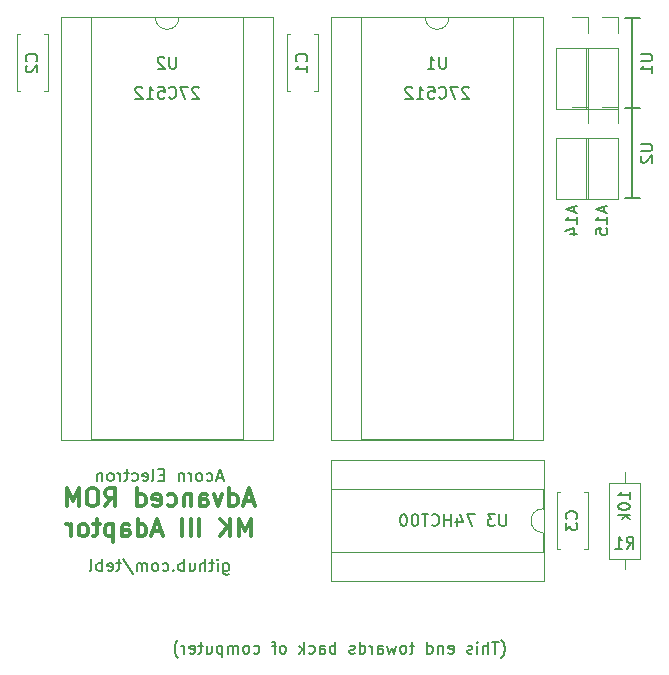
<source format=gbo>
G04 #@! TF.FileFunction,Legend,Bot*
%FSLAX46Y46*%
G04 Gerber Fmt 4.6, Leading zero omitted, Abs format (unit mm)*
G04 Created by KiCad (PCBNEW 4.0.7) date 09/22/19 17:52:56*
%MOMM*%
%LPD*%
G01*
G04 APERTURE LIST*
%ADD10C,0.100000*%
%ADD11C,0.150000*%
%ADD12C,0.300000*%
%ADD13C,0.200000*%
%ADD14C,0.120000*%
G04 APERTURE END LIST*
D10*
D11*
X139953335Y-76366667D02*
X139477144Y-76366667D01*
X140048573Y-76652381D02*
X139715240Y-75652381D01*
X139381906Y-76652381D01*
X138620001Y-76604762D02*
X138715239Y-76652381D01*
X138905716Y-76652381D01*
X139000954Y-76604762D01*
X139048573Y-76557143D01*
X139096192Y-76461905D01*
X139096192Y-76176190D01*
X139048573Y-76080952D01*
X139000954Y-76033333D01*
X138905716Y-75985714D01*
X138715239Y-75985714D01*
X138620001Y-76033333D01*
X138048573Y-76652381D02*
X138143811Y-76604762D01*
X138191430Y-76557143D01*
X138239049Y-76461905D01*
X138239049Y-76176190D01*
X138191430Y-76080952D01*
X138143811Y-76033333D01*
X138048573Y-75985714D01*
X137905715Y-75985714D01*
X137810477Y-76033333D01*
X137762858Y-76080952D01*
X137715239Y-76176190D01*
X137715239Y-76461905D01*
X137762858Y-76557143D01*
X137810477Y-76604762D01*
X137905715Y-76652381D01*
X138048573Y-76652381D01*
X137286668Y-76652381D02*
X137286668Y-75985714D01*
X137286668Y-76176190D02*
X137239049Y-76080952D01*
X137191430Y-76033333D01*
X137096192Y-75985714D01*
X137000953Y-75985714D01*
X136667620Y-75985714D02*
X136667620Y-76652381D01*
X136667620Y-76080952D02*
X136620001Y-76033333D01*
X136524763Y-75985714D01*
X136381905Y-75985714D01*
X136286667Y-76033333D01*
X136239048Y-76128571D01*
X136239048Y-76652381D01*
X135000953Y-76128571D02*
X134667619Y-76128571D01*
X134524762Y-76652381D02*
X135000953Y-76652381D01*
X135000953Y-75652381D01*
X134524762Y-75652381D01*
X133953334Y-76652381D02*
X134048572Y-76604762D01*
X134096191Y-76509524D01*
X134096191Y-75652381D01*
X133191428Y-76604762D02*
X133286666Y-76652381D01*
X133477143Y-76652381D01*
X133572381Y-76604762D01*
X133620000Y-76509524D01*
X133620000Y-76128571D01*
X133572381Y-76033333D01*
X133477143Y-75985714D01*
X133286666Y-75985714D01*
X133191428Y-76033333D01*
X133143809Y-76128571D01*
X133143809Y-76223810D01*
X133620000Y-76319048D01*
X132286666Y-76604762D02*
X132381904Y-76652381D01*
X132572381Y-76652381D01*
X132667619Y-76604762D01*
X132715238Y-76557143D01*
X132762857Y-76461905D01*
X132762857Y-76176190D01*
X132715238Y-76080952D01*
X132667619Y-76033333D01*
X132572381Y-75985714D01*
X132381904Y-75985714D01*
X132286666Y-76033333D01*
X132000952Y-75985714D02*
X131620000Y-75985714D01*
X131858095Y-75652381D02*
X131858095Y-76509524D01*
X131810476Y-76604762D01*
X131715238Y-76652381D01*
X131620000Y-76652381D01*
X131286666Y-76652381D02*
X131286666Y-75985714D01*
X131286666Y-76176190D02*
X131239047Y-76080952D01*
X131191428Y-76033333D01*
X131096190Y-75985714D01*
X131000951Y-75985714D01*
X130524761Y-76652381D02*
X130619999Y-76604762D01*
X130667618Y-76557143D01*
X130715237Y-76461905D01*
X130715237Y-76176190D01*
X130667618Y-76080952D01*
X130619999Y-76033333D01*
X130524761Y-75985714D01*
X130381903Y-75985714D01*
X130286665Y-76033333D01*
X130239046Y-76080952D01*
X130191427Y-76176190D01*
X130191427Y-76461905D01*
X130239046Y-76557143D01*
X130286665Y-76604762D01*
X130381903Y-76652381D01*
X130524761Y-76652381D01*
X129762856Y-75985714D02*
X129762856Y-76652381D01*
X129762856Y-76080952D02*
X129715237Y-76033333D01*
X129619999Y-75985714D01*
X129477141Y-75985714D01*
X129381903Y-76033333D01*
X129334284Y-76128571D01*
X129334284Y-76652381D01*
X163550478Y-91638333D02*
X163598098Y-91590714D01*
X163693336Y-91447857D01*
X163740955Y-91352619D01*
X163788574Y-91209762D01*
X163836193Y-90971667D01*
X163836193Y-90781190D01*
X163788574Y-90543095D01*
X163740955Y-90400238D01*
X163693336Y-90305000D01*
X163598098Y-90162143D01*
X163550478Y-90114524D01*
X163312383Y-90257381D02*
X162740954Y-90257381D01*
X163026669Y-91257381D02*
X163026669Y-90257381D01*
X162407621Y-91257381D02*
X162407621Y-90257381D01*
X161979049Y-91257381D02*
X161979049Y-90733571D01*
X162026668Y-90638333D01*
X162121906Y-90590714D01*
X162264764Y-90590714D01*
X162360002Y-90638333D01*
X162407621Y-90685952D01*
X161502859Y-91257381D02*
X161502859Y-90590714D01*
X161502859Y-90257381D02*
X161550478Y-90305000D01*
X161502859Y-90352619D01*
X161455240Y-90305000D01*
X161502859Y-90257381D01*
X161502859Y-90352619D01*
X161074288Y-91209762D02*
X160979050Y-91257381D01*
X160788574Y-91257381D01*
X160693335Y-91209762D01*
X160645716Y-91114524D01*
X160645716Y-91066905D01*
X160693335Y-90971667D01*
X160788574Y-90924048D01*
X160931431Y-90924048D01*
X161026669Y-90876429D01*
X161074288Y-90781190D01*
X161074288Y-90733571D01*
X161026669Y-90638333D01*
X160931431Y-90590714D01*
X160788574Y-90590714D01*
X160693335Y-90638333D01*
X159074287Y-91209762D02*
X159169525Y-91257381D01*
X159360002Y-91257381D01*
X159455240Y-91209762D01*
X159502859Y-91114524D01*
X159502859Y-90733571D01*
X159455240Y-90638333D01*
X159360002Y-90590714D01*
X159169525Y-90590714D01*
X159074287Y-90638333D01*
X159026668Y-90733571D01*
X159026668Y-90828810D01*
X159502859Y-90924048D01*
X158598097Y-90590714D02*
X158598097Y-91257381D01*
X158598097Y-90685952D02*
X158550478Y-90638333D01*
X158455240Y-90590714D01*
X158312382Y-90590714D01*
X158217144Y-90638333D01*
X158169525Y-90733571D01*
X158169525Y-91257381D01*
X157264763Y-91257381D02*
X157264763Y-90257381D01*
X157264763Y-91209762D02*
X157360001Y-91257381D01*
X157550478Y-91257381D01*
X157645716Y-91209762D01*
X157693335Y-91162143D01*
X157740954Y-91066905D01*
X157740954Y-90781190D01*
X157693335Y-90685952D01*
X157645716Y-90638333D01*
X157550478Y-90590714D01*
X157360001Y-90590714D01*
X157264763Y-90638333D01*
X156169525Y-90590714D02*
X155788573Y-90590714D01*
X156026668Y-90257381D02*
X156026668Y-91114524D01*
X155979049Y-91209762D01*
X155883811Y-91257381D01*
X155788573Y-91257381D01*
X155312382Y-91257381D02*
X155407620Y-91209762D01*
X155455239Y-91162143D01*
X155502858Y-91066905D01*
X155502858Y-90781190D01*
X155455239Y-90685952D01*
X155407620Y-90638333D01*
X155312382Y-90590714D01*
X155169524Y-90590714D01*
X155074286Y-90638333D01*
X155026667Y-90685952D01*
X154979048Y-90781190D01*
X154979048Y-91066905D01*
X155026667Y-91162143D01*
X155074286Y-91209762D01*
X155169524Y-91257381D01*
X155312382Y-91257381D01*
X154645715Y-90590714D02*
X154455239Y-91257381D01*
X154264762Y-90781190D01*
X154074286Y-91257381D01*
X153883810Y-90590714D01*
X153074286Y-91257381D02*
X153074286Y-90733571D01*
X153121905Y-90638333D01*
X153217143Y-90590714D01*
X153407620Y-90590714D01*
X153502858Y-90638333D01*
X153074286Y-91209762D02*
X153169524Y-91257381D01*
X153407620Y-91257381D01*
X153502858Y-91209762D01*
X153550477Y-91114524D01*
X153550477Y-91019286D01*
X153502858Y-90924048D01*
X153407620Y-90876429D01*
X153169524Y-90876429D01*
X153074286Y-90828810D01*
X152598096Y-91257381D02*
X152598096Y-90590714D01*
X152598096Y-90781190D02*
X152550477Y-90685952D01*
X152502858Y-90638333D01*
X152407620Y-90590714D01*
X152312381Y-90590714D01*
X151550476Y-91257381D02*
X151550476Y-90257381D01*
X151550476Y-91209762D02*
X151645714Y-91257381D01*
X151836191Y-91257381D01*
X151931429Y-91209762D01*
X151979048Y-91162143D01*
X152026667Y-91066905D01*
X152026667Y-90781190D01*
X151979048Y-90685952D01*
X151931429Y-90638333D01*
X151836191Y-90590714D01*
X151645714Y-90590714D01*
X151550476Y-90638333D01*
X151121905Y-91209762D02*
X151026667Y-91257381D01*
X150836191Y-91257381D01*
X150740952Y-91209762D01*
X150693333Y-91114524D01*
X150693333Y-91066905D01*
X150740952Y-90971667D01*
X150836191Y-90924048D01*
X150979048Y-90924048D01*
X151074286Y-90876429D01*
X151121905Y-90781190D01*
X151121905Y-90733571D01*
X151074286Y-90638333D01*
X150979048Y-90590714D01*
X150836191Y-90590714D01*
X150740952Y-90638333D01*
X149502857Y-91257381D02*
X149502857Y-90257381D01*
X149502857Y-90638333D02*
X149407619Y-90590714D01*
X149217142Y-90590714D01*
X149121904Y-90638333D01*
X149074285Y-90685952D01*
X149026666Y-90781190D01*
X149026666Y-91066905D01*
X149074285Y-91162143D01*
X149121904Y-91209762D01*
X149217142Y-91257381D01*
X149407619Y-91257381D01*
X149502857Y-91209762D01*
X148169523Y-91257381D02*
X148169523Y-90733571D01*
X148217142Y-90638333D01*
X148312380Y-90590714D01*
X148502857Y-90590714D01*
X148598095Y-90638333D01*
X148169523Y-91209762D02*
X148264761Y-91257381D01*
X148502857Y-91257381D01*
X148598095Y-91209762D01*
X148645714Y-91114524D01*
X148645714Y-91019286D01*
X148598095Y-90924048D01*
X148502857Y-90876429D01*
X148264761Y-90876429D01*
X148169523Y-90828810D01*
X147264761Y-91209762D02*
X147359999Y-91257381D01*
X147550476Y-91257381D01*
X147645714Y-91209762D01*
X147693333Y-91162143D01*
X147740952Y-91066905D01*
X147740952Y-90781190D01*
X147693333Y-90685952D01*
X147645714Y-90638333D01*
X147550476Y-90590714D01*
X147359999Y-90590714D01*
X147264761Y-90638333D01*
X146836190Y-91257381D02*
X146836190Y-90257381D01*
X146740952Y-90876429D02*
X146455237Y-91257381D01*
X146455237Y-90590714D02*
X146836190Y-90971667D01*
X145121904Y-91257381D02*
X145217142Y-91209762D01*
X145264761Y-91162143D01*
X145312380Y-91066905D01*
X145312380Y-90781190D01*
X145264761Y-90685952D01*
X145217142Y-90638333D01*
X145121904Y-90590714D01*
X144979046Y-90590714D01*
X144883808Y-90638333D01*
X144836189Y-90685952D01*
X144788570Y-90781190D01*
X144788570Y-91066905D01*
X144836189Y-91162143D01*
X144883808Y-91209762D01*
X144979046Y-91257381D01*
X145121904Y-91257381D01*
X144502856Y-90590714D02*
X144121904Y-90590714D01*
X144359999Y-91257381D02*
X144359999Y-90400238D01*
X144312380Y-90305000D01*
X144217142Y-90257381D01*
X144121904Y-90257381D01*
X142598093Y-91209762D02*
X142693331Y-91257381D01*
X142883808Y-91257381D01*
X142979046Y-91209762D01*
X143026665Y-91162143D01*
X143074284Y-91066905D01*
X143074284Y-90781190D01*
X143026665Y-90685952D01*
X142979046Y-90638333D01*
X142883808Y-90590714D01*
X142693331Y-90590714D01*
X142598093Y-90638333D01*
X142026665Y-91257381D02*
X142121903Y-91209762D01*
X142169522Y-91162143D01*
X142217141Y-91066905D01*
X142217141Y-90781190D01*
X142169522Y-90685952D01*
X142121903Y-90638333D01*
X142026665Y-90590714D01*
X141883807Y-90590714D01*
X141788569Y-90638333D01*
X141740950Y-90685952D01*
X141693331Y-90781190D01*
X141693331Y-91066905D01*
X141740950Y-91162143D01*
X141788569Y-91209762D01*
X141883807Y-91257381D01*
X142026665Y-91257381D01*
X141264760Y-91257381D02*
X141264760Y-90590714D01*
X141264760Y-90685952D02*
X141217141Y-90638333D01*
X141121903Y-90590714D01*
X140979045Y-90590714D01*
X140883807Y-90638333D01*
X140836188Y-90733571D01*
X140836188Y-91257381D01*
X140836188Y-90733571D02*
X140788569Y-90638333D01*
X140693331Y-90590714D01*
X140550474Y-90590714D01*
X140455236Y-90638333D01*
X140407617Y-90733571D01*
X140407617Y-91257381D01*
X139931427Y-90590714D02*
X139931427Y-91590714D01*
X139931427Y-90638333D02*
X139836189Y-90590714D01*
X139645712Y-90590714D01*
X139550474Y-90638333D01*
X139502855Y-90685952D01*
X139455236Y-90781190D01*
X139455236Y-91066905D01*
X139502855Y-91162143D01*
X139550474Y-91209762D01*
X139645712Y-91257381D01*
X139836189Y-91257381D01*
X139931427Y-91209762D01*
X138598093Y-90590714D02*
X138598093Y-91257381D01*
X139026665Y-90590714D02*
X139026665Y-91114524D01*
X138979046Y-91209762D01*
X138883808Y-91257381D01*
X138740950Y-91257381D01*
X138645712Y-91209762D01*
X138598093Y-91162143D01*
X138264760Y-90590714D02*
X137883808Y-90590714D01*
X138121903Y-90257381D02*
X138121903Y-91114524D01*
X138074284Y-91209762D01*
X137979046Y-91257381D01*
X137883808Y-91257381D01*
X137169521Y-91209762D02*
X137264759Y-91257381D01*
X137455236Y-91257381D01*
X137550474Y-91209762D01*
X137598093Y-91114524D01*
X137598093Y-90733571D01*
X137550474Y-90638333D01*
X137455236Y-90590714D01*
X137264759Y-90590714D01*
X137169521Y-90638333D01*
X137121902Y-90733571D01*
X137121902Y-90828810D01*
X137598093Y-90924048D01*
X136693331Y-91257381D02*
X136693331Y-90590714D01*
X136693331Y-90781190D02*
X136645712Y-90685952D01*
X136598093Y-90638333D01*
X136502855Y-90590714D01*
X136407616Y-90590714D01*
X136169521Y-91638333D02*
X136121902Y-91590714D01*
X136026664Y-91447857D01*
X135979045Y-91352619D01*
X135931426Y-91209762D01*
X135883807Y-90971667D01*
X135883807Y-90781190D01*
X135931426Y-90543095D01*
X135979045Y-90400238D01*
X136026664Y-90305000D01*
X136121902Y-90162143D01*
X136169521Y-90114524D01*
X140024762Y-83605714D02*
X140024762Y-84415238D01*
X140072381Y-84510476D01*
X140120000Y-84558095D01*
X140215239Y-84605714D01*
X140358096Y-84605714D01*
X140453334Y-84558095D01*
X140024762Y-84224762D02*
X140120000Y-84272381D01*
X140310477Y-84272381D01*
X140405715Y-84224762D01*
X140453334Y-84177143D01*
X140500953Y-84081905D01*
X140500953Y-83796190D01*
X140453334Y-83700952D01*
X140405715Y-83653333D01*
X140310477Y-83605714D01*
X140120000Y-83605714D01*
X140024762Y-83653333D01*
X139548572Y-84272381D02*
X139548572Y-83605714D01*
X139548572Y-83272381D02*
X139596191Y-83320000D01*
X139548572Y-83367619D01*
X139500953Y-83320000D01*
X139548572Y-83272381D01*
X139548572Y-83367619D01*
X139215239Y-83605714D02*
X138834287Y-83605714D01*
X139072382Y-83272381D02*
X139072382Y-84129524D01*
X139024763Y-84224762D01*
X138929525Y-84272381D01*
X138834287Y-84272381D01*
X138500953Y-84272381D02*
X138500953Y-83272381D01*
X138072381Y-84272381D02*
X138072381Y-83748571D01*
X138120000Y-83653333D01*
X138215238Y-83605714D01*
X138358096Y-83605714D01*
X138453334Y-83653333D01*
X138500953Y-83700952D01*
X137167619Y-83605714D02*
X137167619Y-84272381D01*
X137596191Y-83605714D02*
X137596191Y-84129524D01*
X137548572Y-84224762D01*
X137453334Y-84272381D01*
X137310476Y-84272381D01*
X137215238Y-84224762D01*
X137167619Y-84177143D01*
X136691429Y-84272381D02*
X136691429Y-83272381D01*
X136691429Y-83653333D02*
X136596191Y-83605714D01*
X136405714Y-83605714D01*
X136310476Y-83653333D01*
X136262857Y-83700952D01*
X136215238Y-83796190D01*
X136215238Y-84081905D01*
X136262857Y-84177143D01*
X136310476Y-84224762D01*
X136405714Y-84272381D01*
X136596191Y-84272381D01*
X136691429Y-84224762D01*
X135786667Y-84177143D02*
X135739048Y-84224762D01*
X135786667Y-84272381D01*
X135834286Y-84224762D01*
X135786667Y-84177143D01*
X135786667Y-84272381D01*
X134881905Y-84224762D02*
X134977143Y-84272381D01*
X135167620Y-84272381D01*
X135262858Y-84224762D01*
X135310477Y-84177143D01*
X135358096Y-84081905D01*
X135358096Y-83796190D01*
X135310477Y-83700952D01*
X135262858Y-83653333D01*
X135167620Y-83605714D01*
X134977143Y-83605714D01*
X134881905Y-83653333D01*
X134310477Y-84272381D02*
X134405715Y-84224762D01*
X134453334Y-84177143D01*
X134500953Y-84081905D01*
X134500953Y-83796190D01*
X134453334Y-83700952D01*
X134405715Y-83653333D01*
X134310477Y-83605714D01*
X134167619Y-83605714D01*
X134072381Y-83653333D01*
X134024762Y-83700952D01*
X133977143Y-83796190D01*
X133977143Y-84081905D01*
X134024762Y-84177143D01*
X134072381Y-84224762D01*
X134167619Y-84272381D01*
X134310477Y-84272381D01*
X133548572Y-84272381D02*
X133548572Y-83605714D01*
X133548572Y-83700952D02*
X133500953Y-83653333D01*
X133405715Y-83605714D01*
X133262857Y-83605714D01*
X133167619Y-83653333D01*
X133120000Y-83748571D01*
X133120000Y-84272381D01*
X133120000Y-83748571D02*
X133072381Y-83653333D01*
X132977143Y-83605714D01*
X132834286Y-83605714D01*
X132739048Y-83653333D01*
X132691429Y-83748571D01*
X132691429Y-84272381D01*
X131500953Y-83224762D02*
X132358096Y-84510476D01*
X131310477Y-83605714D02*
X130929525Y-83605714D01*
X131167620Y-83272381D02*
X131167620Y-84129524D01*
X131120001Y-84224762D01*
X131024763Y-84272381D01*
X130929525Y-84272381D01*
X130215238Y-84224762D02*
X130310476Y-84272381D01*
X130500953Y-84272381D01*
X130596191Y-84224762D01*
X130643810Y-84129524D01*
X130643810Y-83748571D01*
X130596191Y-83653333D01*
X130500953Y-83605714D01*
X130310476Y-83605714D01*
X130215238Y-83653333D01*
X130167619Y-83748571D01*
X130167619Y-83843810D01*
X130643810Y-83939048D01*
X129739048Y-84272381D02*
X129739048Y-83272381D01*
X129739048Y-83653333D02*
X129643810Y-83605714D01*
X129453333Y-83605714D01*
X129358095Y-83653333D01*
X129310476Y-83700952D01*
X129262857Y-83796190D01*
X129262857Y-84081905D01*
X129310476Y-84177143D01*
X129358095Y-84224762D01*
X129453333Y-84272381D01*
X129643810Y-84272381D01*
X129739048Y-84224762D01*
X128691429Y-84272381D02*
X128786667Y-84224762D01*
X128834286Y-84129524D01*
X128834286Y-83272381D01*
D12*
X142512857Y-78350000D02*
X141798571Y-78350000D01*
X142655714Y-78778571D02*
X142155714Y-77278571D01*
X141655714Y-78778571D01*
X140512857Y-78778571D02*
X140512857Y-77278571D01*
X140512857Y-78707143D02*
X140655714Y-78778571D01*
X140941428Y-78778571D01*
X141084286Y-78707143D01*
X141155714Y-78635714D01*
X141227143Y-78492857D01*
X141227143Y-78064286D01*
X141155714Y-77921429D01*
X141084286Y-77850000D01*
X140941428Y-77778571D01*
X140655714Y-77778571D01*
X140512857Y-77850000D01*
X139941428Y-77778571D02*
X139584285Y-78778571D01*
X139227143Y-77778571D01*
X138012857Y-78778571D02*
X138012857Y-77992857D01*
X138084286Y-77850000D01*
X138227143Y-77778571D01*
X138512857Y-77778571D01*
X138655714Y-77850000D01*
X138012857Y-78707143D02*
X138155714Y-78778571D01*
X138512857Y-78778571D01*
X138655714Y-78707143D01*
X138727143Y-78564286D01*
X138727143Y-78421429D01*
X138655714Y-78278571D01*
X138512857Y-78207143D01*
X138155714Y-78207143D01*
X138012857Y-78135714D01*
X137298571Y-77778571D02*
X137298571Y-78778571D01*
X137298571Y-77921429D02*
X137227143Y-77850000D01*
X137084285Y-77778571D01*
X136870000Y-77778571D01*
X136727143Y-77850000D01*
X136655714Y-77992857D01*
X136655714Y-78778571D01*
X135298571Y-78707143D02*
X135441428Y-78778571D01*
X135727142Y-78778571D01*
X135870000Y-78707143D01*
X135941428Y-78635714D01*
X136012857Y-78492857D01*
X136012857Y-78064286D01*
X135941428Y-77921429D01*
X135870000Y-77850000D01*
X135727142Y-77778571D01*
X135441428Y-77778571D01*
X135298571Y-77850000D01*
X134084286Y-78707143D02*
X134227143Y-78778571D01*
X134512857Y-78778571D01*
X134655714Y-78707143D01*
X134727143Y-78564286D01*
X134727143Y-77992857D01*
X134655714Y-77850000D01*
X134512857Y-77778571D01*
X134227143Y-77778571D01*
X134084286Y-77850000D01*
X134012857Y-77992857D01*
X134012857Y-78135714D01*
X134727143Y-78278571D01*
X132727143Y-78778571D02*
X132727143Y-77278571D01*
X132727143Y-78707143D02*
X132870000Y-78778571D01*
X133155714Y-78778571D01*
X133298572Y-78707143D01*
X133370000Y-78635714D01*
X133441429Y-78492857D01*
X133441429Y-78064286D01*
X133370000Y-77921429D01*
X133298572Y-77850000D01*
X133155714Y-77778571D01*
X132870000Y-77778571D01*
X132727143Y-77850000D01*
X130012857Y-78778571D02*
X130512857Y-78064286D01*
X130870000Y-78778571D02*
X130870000Y-77278571D01*
X130298572Y-77278571D01*
X130155714Y-77350000D01*
X130084286Y-77421429D01*
X130012857Y-77564286D01*
X130012857Y-77778571D01*
X130084286Y-77921429D01*
X130155714Y-77992857D01*
X130298572Y-78064286D01*
X130870000Y-78064286D01*
X129084286Y-77278571D02*
X128798572Y-77278571D01*
X128655714Y-77350000D01*
X128512857Y-77492857D01*
X128441429Y-77778571D01*
X128441429Y-78278571D01*
X128512857Y-78564286D01*
X128655714Y-78707143D01*
X128798572Y-78778571D01*
X129084286Y-78778571D01*
X129227143Y-78707143D01*
X129370000Y-78564286D01*
X129441429Y-78278571D01*
X129441429Y-77778571D01*
X129370000Y-77492857D01*
X129227143Y-77350000D01*
X129084286Y-77278571D01*
X127798571Y-78778571D02*
X127798571Y-77278571D01*
X127298571Y-78350000D01*
X126798571Y-77278571D01*
X126798571Y-78778571D01*
X142334286Y-81328571D02*
X142334286Y-79828571D01*
X141834286Y-80900000D01*
X141334286Y-79828571D01*
X141334286Y-81328571D01*
X140620000Y-81328571D02*
X140620000Y-79828571D01*
X139762857Y-81328571D02*
X140405714Y-80471429D01*
X139762857Y-79828571D02*
X140620000Y-80685714D01*
X137977143Y-81328571D02*
X137977143Y-79828571D01*
X137262857Y-81328571D02*
X137262857Y-79828571D01*
X136548571Y-81328571D02*
X136548571Y-79828571D01*
X134762857Y-80900000D02*
X134048571Y-80900000D01*
X134905714Y-81328571D02*
X134405714Y-79828571D01*
X133905714Y-81328571D01*
X132762857Y-81328571D02*
X132762857Y-79828571D01*
X132762857Y-81257143D02*
X132905714Y-81328571D01*
X133191428Y-81328571D01*
X133334286Y-81257143D01*
X133405714Y-81185714D01*
X133477143Y-81042857D01*
X133477143Y-80614286D01*
X133405714Y-80471429D01*
X133334286Y-80400000D01*
X133191428Y-80328571D01*
X132905714Y-80328571D01*
X132762857Y-80400000D01*
X131405714Y-81328571D02*
X131405714Y-80542857D01*
X131477143Y-80400000D01*
X131620000Y-80328571D01*
X131905714Y-80328571D01*
X132048571Y-80400000D01*
X131405714Y-81257143D02*
X131548571Y-81328571D01*
X131905714Y-81328571D01*
X132048571Y-81257143D01*
X132120000Y-81114286D01*
X132120000Y-80971429D01*
X132048571Y-80828571D01*
X131905714Y-80757143D01*
X131548571Y-80757143D01*
X131405714Y-80685714D01*
X130691428Y-80328571D02*
X130691428Y-81828571D01*
X130691428Y-80400000D02*
X130548571Y-80328571D01*
X130262857Y-80328571D01*
X130120000Y-80400000D01*
X130048571Y-80471429D01*
X129977142Y-80614286D01*
X129977142Y-81042857D01*
X130048571Y-81185714D01*
X130120000Y-81257143D01*
X130262857Y-81328571D01*
X130548571Y-81328571D01*
X130691428Y-81257143D01*
X129548571Y-80328571D02*
X128977142Y-80328571D01*
X129334285Y-79828571D02*
X129334285Y-81114286D01*
X129262857Y-81257143D01*
X129119999Y-81328571D01*
X128977142Y-81328571D01*
X128262856Y-81328571D02*
X128405714Y-81257143D01*
X128477142Y-81185714D01*
X128548571Y-81042857D01*
X128548571Y-80614286D01*
X128477142Y-80471429D01*
X128405714Y-80400000D01*
X128262856Y-80328571D01*
X128048571Y-80328571D01*
X127905714Y-80400000D01*
X127834285Y-80471429D01*
X127762856Y-80614286D01*
X127762856Y-81042857D01*
X127834285Y-81185714D01*
X127905714Y-81257143D01*
X128048571Y-81328571D01*
X128262856Y-81328571D01*
X127119999Y-81328571D02*
X127119999Y-80328571D01*
X127119999Y-80614286D02*
X127048571Y-80471429D01*
X126977142Y-80400000D01*
X126834285Y-80328571D01*
X126691428Y-80328571D01*
D11*
X175347381Y-40513095D02*
X176156905Y-40513095D01*
X176252143Y-40560714D01*
X176299762Y-40608333D01*
X176347381Y-40703571D01*
X176347381Y-40894048D01*
X176299762Y-40989286D01*
X176252143Y-41036905D01*
X176156905Y-41084524D01*
X175347381Y-41084524D01*
X176347381Y-42084524D02*
X176347381Y-41513095D01*
X176347381Y-41798809D02*
X175347381Y-41798809D01*
X175490238Y-41703571D01*
X175585476Y-41608333D01*
X175633095Y-41513095D01*
X175347381Y-48133095D02*
X176156905Y-48133095D01*
X176252143Y-48180714D01*
X176299762Y-48228333D01*
X176347381Y-48323571D01*
X176347381Y-48514048D01*
X176299762Y-48609286D01*
X176252143Y-48656905D01*
X176156905Y-48704524D01*
X175347381Y-48704524D01*
X175442619Y-49133095D02*
X175395000Y-49180714D01*
X175347381Y-49275952D01*
X175347381Y-49514048D01*
X175395000Y-49609286D01*
X175442619Y-49656905D01*
X175537857Y-49704524D01*
X175633095Y-49704524D01*
X175775952Y-49656905D01*
X176347381Y-49085476D01*
X176347381Y-49704524D01*
D13*
X174625000Y-37465000D02*
X175260000Y-37465000D01*
X174625000Y-37465000D02*
X173990000Y-37465000D01*
X174625000Y-45085000D02*
X174625000Y-37465000D01*
X174625000Y-52705000D02*
X175260000Y-52705000D01*
X174625000Y-52705000D02*
X173990000Y-52705000D01*
X174625000Y-45085000D02*
X174625000Y-52705000D01*
X173990000Y-45085000D02*
X175260000Y-45085000D01*
D11*
X172251667Y-53419524D02*
X172251667Y-53895715D01*
X172537381Y-53324286D02*
X171537381Y-53657619D01*
X172537381Y-53990953D01*
X172537381Y-54848096D02*
X172537381Y-54276667D01*
X172537381Y-54562381D02*
X171537381Y-54562381D01*
X171680238Y-54467143D01*
X171775476Y-54371905D01*
X171823095Y-54276667D01*
X171537381Y-55752858D02*
X171537381Y-55276667D01*
X172013571Y-55229048D01*
X171965952Y-55276667D01*
X171918333Y-55371905D01*
X171918333Y-55610001D01*
X171965952Y-55705239D01*
X172013571Y-55752858D01*
X172108810Y-55800477D01*
X172346905Y-55800477D01*
X172442143Y-55752858D01*
X172489762Y-55705239D01*
X172537381Y-55610001D01*
X172537381Y-55371905D01*
X172489762Y-55276667D01*
X172442143Y-55229048D01*
X169711667Y-53419524D02*
X169711667Y-53895715D01*
X169997381Y-53324286D02*
X168997381Y-53657619D01*
X169997381Y-53990953D01*
X169997381Y-54848096D02*
X169997381Y-54276667D01*
X169997381Y-54562381D02*
X168997381Y-54562381D01*
X169140238Y-54467143D01*
X169235476Y-54371905D01*
X169283095Y-54276667D01*
X169330714Y-55705239D02*
X169997381Y-55705239D01*
X168949762Y-55467143D02*
X169664048Y-55229048D01*
X169664048Y-55848096D01*
D14*
X145375000Y-38825000D02*
X145375000Y-43645000D01*
X147995000Y-38825000D02*
X147995000Y-43645000D01*
X145375000Y-38825000D02*
X145689000Y-38825000D01*
X147681000Y-38825000D02*
X147995000Y-38825000D01*
X145375000Y-43645000D02*
X145689000Y-43645000D01*
X147681000Y-43645000D02*
X147995000Y-43645000D01*
X122515000Y-38825000D02*
X122515000Y-43645000D01*
X125135000Y-38825000D02*
X125135000Y-43645000D01*
X122515000Y-38825000D02*
X122829000Y-38825000D01*
X124821000Y-38825000D02*
X125135000Y-38825000D01*
X122515000Y-43645000D02*
X122829000Y-43645000D01*
X124821000Y-43645000D02*
X125135000Y-43645000D01*
X168235000Y-77560000D02*
X168235000Y-82380000D01*
X170855000Y-77560000D02*
X170855000Y-82380000D01*
X168235000Y-77560000D02*
X168549000Y-77560000D01*
X170541000Y-77560000D02*
X170855000Y-77560000D01*
X168235000Y-82380000D02*
X168549000Y-82380000D01*
X170541000Y-82380000D02*
X170855000Y-82380000D01*
X173415000Y-45145000D02*
X170755000Y-45145000D01*
X173415000Y-40005000D02*
X173415000Y-45145000D01*
X170755000Y-40005000D02*
X170755000Y-45145000D01*
X173415000Y-40005000D02*
X170755000Y-40005000D01*
X173415000Y-38735000D02*
X173415000Y-37405000D01*
X173415000Y-37405000D02*
X172085000Y-37405000D01*
X170875000Y-45145000D02*
X168215000Y-45145000D01*
X170875000Y-40005000D02*
X170875000Y-45145000D01*
X168215000Y-40005000D02*
X168215000Y-45145000D01*
X170875000Y-40005000D02*
X168215000Y-40005000D01*
X170875000Y-38735000D02*
X170875000Y-37405000D01*
X170875000Y-37405000D02*
X169545000Y-37405000D01*
X173415000Y-52765000D02*
X170755000Y-52765000D01*
X173415000Y-47625000D02*
X173415000Y-52765000D01*
X170755000Y-47625000D02*
X170755000Y-52765000D01*
X173415000Y-47625000D02*
X170755000Y-47625000D01*
X173415000Y-46355000D02*
X173415000Y-45025000D01*
X173415000Y-45025000D02*
X172085000Y-45025000D01*
X170875000Y-52765000D02*
X168215000Y-52765000D01*
X170875000Y-47625000D02*
X170875000Y-52765000D01*
X168215000Y-47625000D02*
X168215000Y-52765000D01*
X170875000Y-47625000D02*
X168215000Y-47625000D01*
X170875000Y-46355000D02*
X170875000Y-45025000D01*
X170875000Y-45025000D02*
X169545000Y-45025000D01*
X175300000Y-83220000D02*
X172680000Y-83220000D01*
X172680000Y-83220000D02*
X172680000Y-76800000D01*
X172680000Y-76800000D02*
X175300000Y-76800000D01*
X175300000Y-76800000D02*
X175300000Y-83220000D01*
X173990000Y-84110000D02*
X173990000Y-83220000D01*
X173990000Y-75910000D02*
X173990000Y-76800000D01*
X157115000Y-37405000D02*
G75*
G03X159115000Y-37405000I1000000J0D01*
G01*
X159115000Y-37405000D02*
X164575000Y-37405000D01*
X164575000Y-37405000D02*
X164575000Y-73085000D01*
X164575000Y-73085000D02*
X151655000Y-73085000D01*
X151655000Y-73085000D02*
X151655000Y-37405000D01*
X151655000Y-37405000D02*
X157115000Y-37405000D01*
X167065000Y-37345000D02*
X167065000Y-73145000D01*
X167065000Y-73145000D02*
X149165000Y-73145000D01*
X149165000Y-73145000D02*
X149165000Y-37345000D01*
X149165000Y-37345000D02*
X167065000Y-37345000D01*
X134255000Y-37405000D02*
G75*
G03X136255000Y-37405000I1000000J0D01*
G01*
X136255000Y-37405000D02*
X141715000Y-37405000D01*
X141715000Y-37405000D02*
X141715000Y-73085000D01*
X141715000Y-73085000D02*
X128795000Y-73085000D01*
X128795000Y-73085000D02*
X128795000Y-37405000D01*
X128795000Y-37405000D02*
X134255000Y-37405000D01*
X144205000Y-37345000D02*
X144205000Y-73145000D01*
X144205000Y-73145000D02*
X126305000Y-73145000D01*
X126305000Y-73145000D02*
X126305000Y-37345000D01*
X126305000Y-37345000D02*
X144205000Y-37345000D01*
X167065000Y-79010000D02*
G75*
G03X167065000Y-81010000I0J-1000000D01*
G01*
X167065000Y-81010000D02*
X167065000Y-82660000D01*
X167065000Y-82660000D02*
X149165000Y-82660000D01*
X149165000Y-82660000D02*
X149165000Y-77360000D01*
X149165000Y-77360000D02*
X167065000Y-77360000D01*
X167065000Y-77360000D02*
X167065000Y-79010000D01*
X167125000Y-85150000D02*
X149105000Y-85150000D01*
X149105000Y-85150000D02*
X149105000Y-74870000D01*
X149105000Y-74870000D02*
X167125000Y-74870000D01*
X167125000Y-74870000D02*
X167125000Y-85150000D01*
D11*
X147042143Y-41108334D02*
X147089762Y-41060715D01*
X147137381Y-40917858D01*
X147137381Y-40822620D01*
X147089762Y-40679762D01*
X146994524Y-40584524D01*
X146899286Y-40536905D01*
X146708810Y-40489286D01*
X146565952Y-40489286D01*
X146375476Y-40536905D01*
X146280238Y-40584524D01*
X146185000Y-40679762D01*
X146137381Y-40822620D01*
X146137381Y-40917858D01*
X146185000Y-41060715D01*
X146232619Y-41108334D01*
X147137381Y-42060715D02*
X147137381Y-41489286D01*
X147137381Y-41775000D02*
X146137381Y-41775000D01*
X146280238Y-41679762D01*
X146375476Y-41584524D01*
X146423095Y-41489286D01*
X124182143Y-41108334D02*
X124229762Y-41060715D01*
X124277381Y-40917858D01*
X124277381Y-40822620D01*
X124229762Y-40679762D01*
X124134524Y-40584524D01*
X124039286Y-40536905D01*
X123848810Y-40489286D01*
X123705952Y-40489286D01*
X123515476Y-40536905D01*
X123420238Y-40584524D01*
X123325000Y-40679762D01*
X123277381Y-40822620D01*
X123277381Y-40917858D01*
X123325000Y-41060715D01*
X123372619Y-41108334D01*
X123372619Y-41489286D02*
X123325000Y-41536905D01*
X123277381Y-41632143D01*
X123277381Y-41870239D01*
X123325000Y-41965477D01*
X123372619Y-42013096D01*
X123467857Y-42060715D01*
X123563095Y-42060715D01*
X123705952Y-42013096D01*
X124277381Y-41441667D01*
X124277381Y-42060715D01*
X169902143Y-79843334D02*
X169949762Y-79795715D01*
X169997381Y-79652858D01*
X169997381Y-79557620D01*
X169949762Y-79414762D01*
X169854524Y-79319524D01*
X169759286Y-79271905D01*
X169568810Y-79224286D01*
X169425952Y-79224286D01*
X169235476Y-79271905D01*
X169140238Y-79319524D01*
X169045000Y-79414762D01*
X168997381Y-79557620D01*
X168997381Y-79652858D01*
X169045000Y-79795715D01*
X169092619Y-79843334D01*
X168997381Y-80176667D02*
X168997381Y-80795715D01*
X169378333Y-80462381D01*
X169378333Y-80605239D01*
X169425952Y-80700477D01*
X169473571Y-80748096D01*
X169568810Y-80795715D01*
X169806905Y-80795715D01*
X169902143Y-80748096D01*
X169949762Y-80700477D01*
X169997381Y-80605239D01*
X169997381Y-80319524D01*
X169949762Y-80224286D01*
X169902143Y-80176667D01*
X174156666Y-82367381D02*
X174490000Y-81891190D01*
X174728095Y-82367381D02*
X174728095Y-81367381D01*
X174347142Y-81367381D01*
X174251904Y-81415000D01*
X174204285Y-81462619D01*
X174156666Y-81557857D01*
X174156666Y-81700714D01*
X174204285Y-81795952D01*
X174251904Y-81843571D01*
X174347142Y-81891190D01*
X174728095Y-81891190D01*
X173204285Y-82367381D02*
X173775714Y-82367381D01*
X173490000Y-82367381D02*
X173490000Y-81367381D01*
X173585238Y-81510238D01*
X173680476Y-81605476D01*
X173775714Y-81653095D01*
X174442381Y-78144762D02*
X174442381Y-77573333D01*
X174442381Y-77859047D02*
X173442381Y-77859047D01*
X173585238Y-77763809D01*
X173680476Y-77668571D01*
X173728095Y-77573333D01*
X173442381Y-78763809D02*
X173442381Y-78859048D01*
X173490000Y-78954286D01*
X173537619Y-79001905D01*
X173632857Y-79049524D01*
X173823333Y-79097143D01*
X174061429Y-79097143D01*
X174251905Y-79049524D01*
X174347143Y-79001905D01*
X174394762Y-78954286D01*
X174442381Y-78859048D01*
X174442381Y-78763809D01*
X174394762Y-78668571D01*
X174347143Y-78620952D01*
X174251905Y-78573333D01*
X174061429Y-78525714D01*
X173823333Y-78525714D01*
X173632857Y-78573333D01*
X173537619Y-78620952D01*
X173490000Y-78668571D01*
X173442381Y-78763809D01*
X174442381Y-79525714D02*
X173442381Y-79525714D01*
X174061429Y-79620952D02*
X174442381Y-79906667D01*
X173775714Y-79906667D02*
X174156667Y-79525714D01*
X158876905Y-40727381D02*
X158876905Y-41536905D01*
X158829286Y-41632143D01*
X158781667Y-41679762D01*
X158686429Y-41727381D01*
X158495952Y-41727381D01*
X158400714Y-41679762D01*
X158353095Y-41632143D01*
X158305476Y-41536905D01*
X158305476Y-40727381D01*
X157305476Y-41727381D02*
X157876905Y-41727381D01*
X157591191Y-41727381D02*
X157591191Y-40727381D01*
X157686429Y-40870238D01*
X157781667Y-40965476D01*
X157876905Y-41013095D01*
X160805476Y-43362619D02*
X160757857Y-43315000D01*
X160662619Y-43267381D01*
X160424523Y-43267381D01*
X160329285Y-43315000D01*
X160281666Y-43362619D01*
X160234047Y-43457857D01*
X160234047Y-43553095D01*
X160281666Y-43695952D01*
X160853095Y-44267381D01*
X160234047Y-44267381D01*
X159900714Y-43267381D02*
X159234047Y-43267381D01*
X159662619Y-44267381D01*
X158281666Y-44172143D02*
X158329285Y-44219762D01*
X158472142Y-44267381D01*
X158567380Y-44267381D01*
X158710238Y-44219762D01*
X158805476Y-44124524D01*
X158853095Y-44029286D01*
X158900714Y-43838810D01*
X158900714Y-43695952D01*
X158853095Y-43505476D01*
X158805476Y-43410238D01*
X158710238Y-43315000D01*
X158567380Y-43267381D01*
X158472142Y-43267381D01*
X158329285Y-43315000D01*
X158281666Y-43362619D01*
X157376904Y-43267381D02*
X157853095Y-43267381D01*
X157900714Y-43743571D01*
X157853095Y-43695952D01*
X157757857Y-43648333D01*
X157519761Y-43648333D01*
X157424523Y-43695952D01*
X157376904Y-43743571D01*
X157329285Y-43838810D01*
X157329285Y-44076905D01*
X157376904Y-44172143D01*
X157424523Y-44219762D01*
X157519761Y-44267381D01*
X157757857Y-44267381D01*
X157853095Y-44219762D01*
X157900714Y-44172143D01*
X156376904Y-44267381D02*
X156948333Y-44267381D01*
X156662619Y-44267381D02*
X156662619Y-43267381D01*
X156757857Y-43410238D01*
X156853095Y-43505476D01*
X156948333Y-43553095D01*
X155995952Y-43362619D02*
X155948333Y-43315000D01*
X155853095Y-43267381D01*
X155614999Y-43267381D01*
X155519761Y-43315000D01*
X155472142Y-43362619D01*
X155424523Y-43457857D01*
X155424523Y-43553095D01*
X155472142Y-43695952D01*
X156043571Y-44267381D01*
X155424523Y-44267381D01*
X136016905Y-40727381D02*
X136016905Y-41536905D01*
X135969286Y-41632143D01*
X135921667Y-41679762D01*
X135826429Y-41727381D01*
X135635952Y-41727381D01*
X135540714Y-41679762D01*
X135493095Y-41632143D01*
X135445476Y-41536905D01*
X135445476Y-40727381D01*
X135016905Y-40822619D02*
X134969286Y-40775000D01*
X134874048Y-40727381D01*
X134635952Y-40727381D01*
X134540714Y-40775000D01*
X134493095Y-40822619D01*
X134445476Y-40917857D01*
X134445476Y-41013095D01*
X134493095Y-41155952D01*
X135064524Y-41727381D01*
X134445476Y-41727381D01*
X137945476Y-43362619D02*
X137897857Y-43315000D01*
X137802619Y-43267381D01*
X137564523Y-43267381D01*
X137469285Y-43315000D01*
X137421666Y-43362619D01*
X137374047Y-43457857D01*
X137374047Y-43553095D01*
X137421666Y-43695952D01*
X137993095Y-44267381D01*
X137374047Y-44267381D01*
X137040714Y-43267381D02*
X136374047Y-43267381D01*
X136802619Y-44267381D01*
X135421666Y-44172143D02*
X135469285Y-44219762D01*
X135612142Y-44267381D01*
X135707380Y-44267381D01*
X135850238Y-44219762D01*
X135945476Y-44124524D01*
X135993095Y-44029286D01*
X136040714Y-43838810D01*
X136040714Y-43695952D01*
X135993095Y-43505476D01*
X135945476Y-43410238D01*
X135850238Y-43315000D01*
X135707380Y-43267381D01*
X135612142Y-43267381D01*
X135469285Y-43315000D01*
X135421666Y-43362619D01*
X134516904Y-43267381D02*
X134993095Y-43267381D01*
X135040714Y-43743571D01*
X134993095Y-43695952D01*
X134897857Y-43648333D01*
X134659761Y-43648333D01*
X134564523Y-43695952D01*
X134516904Y-43743571D01*
X134469285Y-43838810D01*
X134469285Y-44076905D01*
X134516904Y-44172143D01*
X134564523Y-44219762D01*
X134659761Y-44267381D01*
X134897857Y-44267381D01*
X134993095Y-44219762D01*
X135040714Y-44172143D01*
X133516904Y-44267381D02*
X134088333Y-44267381D01*
X133802619Y-44267381D02*
X133802619Y-43267381D01*
X133897857Y-43410238D01*
X133993095Y-43505476D01*
X134088333Y-43553095D01*
X133135952Y-43362619D02*
X133088333Y-43315000D01*
X132993095Y-43267381D01*
X132754999Y-43267381D01*
X132659761Y-43315000D01*
X132612142Y-43362619D01*
X132564523Y-43457857D01*
X132564523Y-43553095D01*
X132612142Y-43695952D01*
X133183571Y-44267381D01*
X132564523Y-44267381D01*
X163956905Y-79462381D02*
X163956905Y-80271905D01*
X163909286Y-80367143D01*
X163861667Y-80414762D01*
X163766429Y-80462381D01*
X163575952Y-80462381D01*
X163480714Y-80414762D01*
X163433095Y-80367143D01*
X163385476Y-80271905D01*
X163385476Y-79462381D01*
X163004524Y-79462381D02*
X162385476Y-79462381D01*
X162718810Y-79843333D01*
X162575952Y-79843333D01*
X162480714Y-79890952D01*
X162433095Y-79938571D01*
X162385476Y-80033810D01*
X162385476Y-80271905D01*
X162433095Y-80367143D01*
X162480714Y-80414762D01*
X162575952Y-80462381D01*
X162861667Y-80462381D01*
X162956905Y-80414762D01*
X163004524Y-80367143D01*
X161281667Y-79462381D02*
X160615000Y-79462381D01*
X161043572Y-80462381D01*
X159805476Y-79795714D02*
X159805476Y-80462381D01*
X160043572Y-79414762D02*
X160281667Y-80129048D01*
X159662619Y-80129048D01*
X159281667Y-80462381D02*
X159281667Y-79462381D01*
X159281667Y-79938571D02*
X158710238Y-79938571D01*
X158710238Y-80462381D02*
X158710238Y-79462381D01*
X157662619Y-80367143D02*
X157710238Y-80414762D01*
X157853095Y-80462381D01*
X157948333Y-80462381D01*
X158091191Y-80414762D01*
X158186429Y-80319524D01*
X158234048Y-80224286D01*
X158281667Y-80033810D01*
X158281667Y-79890952D01*
X158234048Y-79700476D01*
X158186429Y-79605238D01*
X158091191Y-79510000D01*
X157948333Y-79462381D01*
X157853095Y-79462381D01*
X157710238Y-79510000D01*
X157662619Y-79557619D01*
X157376905Y-79462381D02*
X156805476Y-79462381D01*
X157091191Y-80462381D02*
X157091191Y-79462381D01*
X156281667Y-79462381D02*
X156186428Y-79462381D01*
X156091190Y-79510000D01*
X156043571Y-79557619D01*
X155995952Y-79652857D01*
X155948333Y-79843333D01*
X155948333Y-80081429D01*
X155995952Y-80271905D01*
X156043571Y-80367143D01*
X156091190Y-80414762D01*
X156186428Y-80462381D01*
X156281667Y-80462381D01*
X156376905Y-80414762D01*
X156424524Y-80367143D01*
X156472143Y-80271905D01*
X156519762Y-80081429D01*
X156519762Y-79843333D01*
X156472143Y-79652857D01*
X156424524Y-79557619D01*
X156376905Y-79510000D01*
X156281667Y-79462381D01*
X155329286Y-79462381D02*
X155234047Y-79462381D01*
X155138809Y-79510000D01*
X155091190Y-79557619D01*
X155043571Y-79652857D01*
X154995952Y-79843333D01*
X154995952Y-80081429D01*
X155043571Y-80271905D01*
X155091190Y-80367143D01*
X155138809Y-80414762D01*
X155234047Y-80462381D01*
X155329286Y-80462381D01*
X155424524Y-80414762D01*
X155472143Y-80367143D01*
X155519762Y-80271905D01*
X155567381Y-80081429D01*
X155567381Y-79843333D01*
X155519762Y-79652857D01*
X155472143Y-79557619D01*
X155424524Y-79510000D01*
X155329286Y-79462381D01*
M02*

</source>
